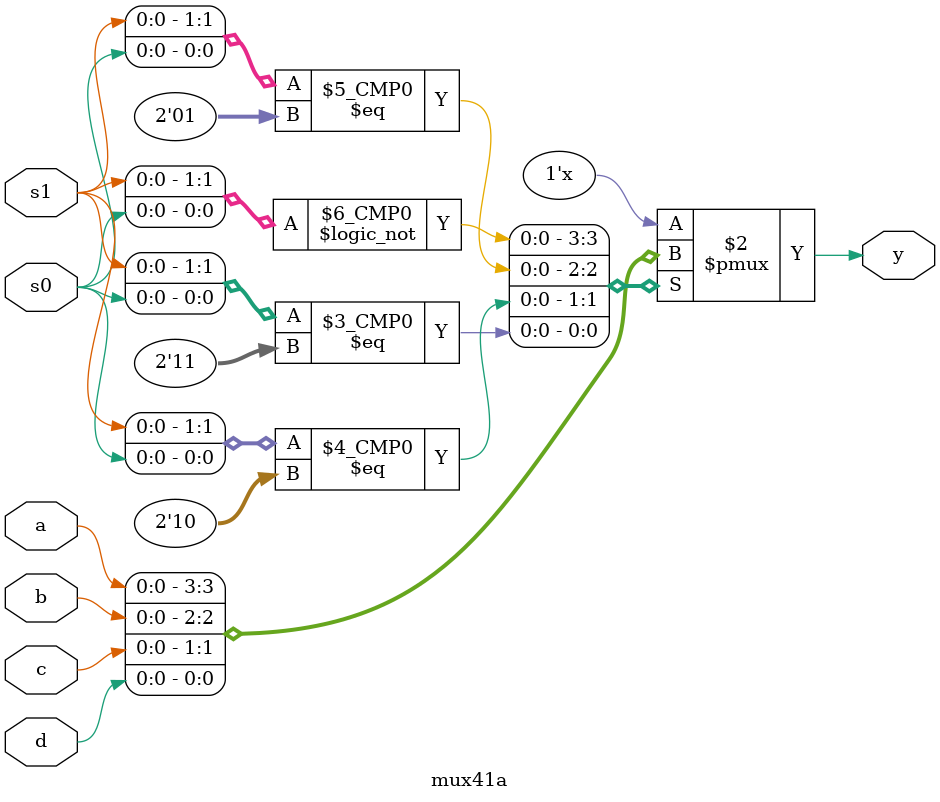
<source format=v>
module mux41a(a,b,c,d,s1,s0,y);
	input a,b,c,d;
	input s1,s0;
	output y;
	reg y;
	always@(a,b,c,d,s1,s0)
		begin	:	mux41
			case({s1,s0})
				2'b00:y<=a;
				2'b01:y<=b;
				2'b10:y<=c;
				2'b11:y<=d;
				default :y<=a;
			endcase
		end
	endmodule
	
</source>
